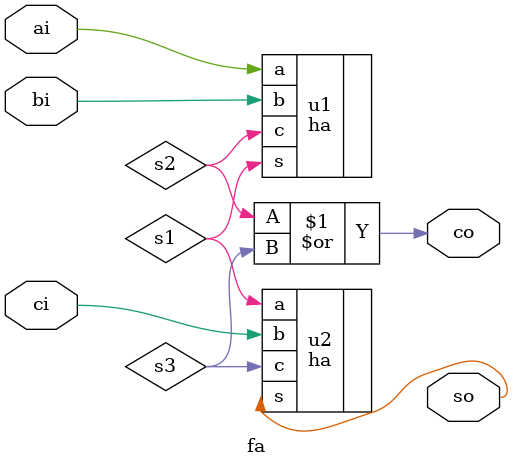
<source format=v>
`timescale 1ns / 1ps

module fa(
    input ai,
    input bi,
    input ci,
    output so,
    output co
    );
wire s1,s2,s3;
ha u1
(
	.a(ai),
	.b(bi),
	.s(s1),
	.c(s2)
);
ha u2
(
	.a(s1),
	.b(ci),
	.s(so),
	.c(s3)
);

assign co=s2 | s3;

endmodule

</source>
